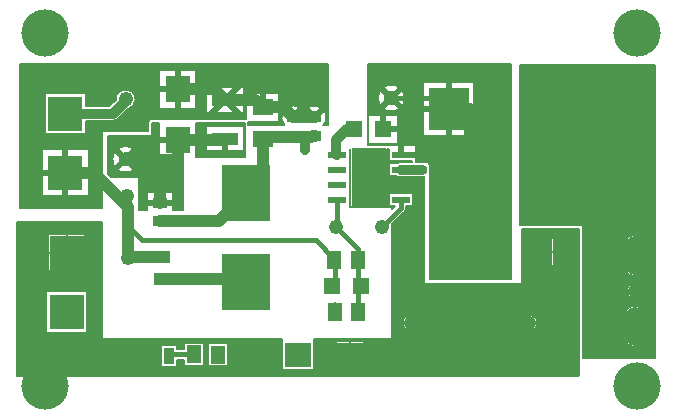
<source format=gtl>
G04 DesignSpark PCB Gerber Version 12.0 Build 5942*
%FSLAX35Y35*%
%MOMM*%
%ADD80R,0.90000X1.40000*%
%ADD23R,1.20000X1.52400*%
%ADD25R,1.52400X2.28000*%
%ADD22R,1.75000X2.25000*%
%ADD73R,2.15000X2.30000*%
%ADD29R,2.95000X4.90000*%
%ADD27R,3.35000X3.60000*%
%ADD75R,4.15000X4.82600*%
%ADD21R,3.00000X3.00000*%
%ADD10C,0.12700*%
%ADD13C,0.20000*%
%ADD12C,0.25400*%
%ADD15C,0.45000*%
%ADD11C,0.54000*%
%ADD71C,0.80000*%
%ADD16C,0.81000*%
%ADD19C,0.81280*%
%ADD14C,1.00000*%
%ADD74C,1.21700*%
%ADD78C,1.24000*%
%ADD17C,1.42240*%
%AMT18*0 Rounded Rectangle Pad at angle 90*4,1,28,0.42500,-0.21200,0.42500,0.21200,0.42160,0.23790,0.41160,0.26200,0.39570,0.28270,0.37500,0.29860,0.35090,0.30860,0.32500,0.31200,-0.32500,0.31200,-0.35090,0.30860,-0.37500,0.29860,-0.39570,0.28270,-0.41160,0.26200,-0.42160,0.23790,-0.42500,0.21200,-0.42500,-0.21200,-0.42160,-0.23790,-0.41160,-0.26200,-0.39570,-0.28270,-0.37500,-0.29860,-0.35090,-0.30860,-0.32500,-0.31200,0.32500,-0.31200,0.35090,-0.30860,0.37500,-0.29860,0.39570,-0.28270,0.41160,-0.26200,0.42160,-0.23790,0.42500,-0.21200,0*%
%ADD18T18*%
%ADD70C,1.52400*%
%ADD20C,4.00000*%
%ADD28R,1.55000X0.60000*%
%ADD82R,1.20000X0.85000*%
%ADD77R,0.98000X0.92000*%
%ADD79R,1.42000X1.00000*%
%ADD72R,2.20000X1.10000*%
%ADD24R,1.47320X1.42240*%
%ADD76R,1.82000X1.44000*%
%ADD81R,2.20000X2.15000*%
%ADD26R,6.74000X6.23000*%
X0Y0D02*
D02*
D10*
X42949700Y45613280D02*
Y44313280D01*
X43003490D01*
G75*
G02*
X43376510I186510J-88280D01*
G01*
X47700000D01*
X47710000Y44323280D01*
Y44459610D01*
G75*
G02*
X47709520Y44465000I30010J5390D01*
G01*
Y45555000D01*
X47229540D01*
Y45093280D01*
X46399540D01*
Y45998240D01*
G75*
G02*
X46376250Y45993900I-23280J60260D01*
G01*
X46198000D01*
G75*
G02*
X46162700Y46004400I0J64590D01*
G01*
X46096400D01*
Y46112600D01*
X46162700D01*
G75*
G02*
X46198000Y46123100I35300J-54090D01*
G01*
X46296360D01*
G75*
G02*
Y46123280I30510J90D01*
G01*
Y46131400D01*
X46096400D01*
Y46235000D01*
X46081850D01*
Y45743650D01*
X45774150D01*
Y46235000D01*
X45769540D01*
Y45743280D01*
X46129540D01*
Y45729220D01*
X46150720Y45750400D01*
X46096400D01*
Y45858600D01*
X46299600D01*
Y45750400D01*
X46244600D01*
Y45733320D01*
G75*
G02*
X46244630Y45731740I-46740J-1680D01*
G01*
G75*
G02*
X46232790Y45700700I-46630J10D01*
G01*
G75*
G02*
X46230670Y45698470I-34850J31010D01*
G01*
X46129540Y45597340D01*
Y44623280D01*
X45463700D01*
Y44361650D01*
X45195400D01*
Y44623280D01*
X43669540D01*
Y45613280D01*
X42949700D01*
X47476150Y45483850D02*
X47663850D01*
Y45246150D01*
X47476150D01*
Y45483850D01*
X47486150Y44783850D02*
X47673850D01*
Y44546150D01*
X47486150D01*
Y44783850D01*
Y45143850D02*
X47673850D01*
Y44906150D01*
X47486150D01*
Y45143850D01*
X46473700Y44883200D02*
X46638800D01*
Y44642500D01*
X46473700D01*
Y44883200D01*
X46931700D02*
X47096800D01*
Y44642500D01*
X46931700D01*
Y44883200D01*
X47221190Y44763280D02*
G75*
G02*
X47357890I68350J0D01*
G01*
G75*
G02*
X47221190I-68350J0D01*
G01*
X46114150Y45967850D02*
X46281850D01*
Y45895150D01*
X46114150D01*
Y45967850D01*
X46216650Y44763280D02*
G75*
G02*
X46353350I68350J0D01*
G01*
G75*
G02*
X46216650I-68350J0D01*
G01*
X45653200Y44607100D02*
X45885900D01*
Y44379400D01*
X45653200D01*
Y44607100D01*
X43993650Y44561350D02*
X44096350D01*
Y44408650D01*
X43993650D01*
Y44561350D01*
X44165900Y44579100D02*
X44304100D01*
Y44541600D01*
X44364900D01*
Y44595300D01*
X44533100D01*
Y44394700D01*
X44364900D01*
Y44448400D01*
X44304100D01*
Y44390900D01*
X44165900D01*
Y44579100D01*
X44564900Y44594300D02*
X44733100D01*
Y44393700D01*
X44564900D01*
Y44594300D01*
X43195900Y45029100D02*
X43544100D01*
Y44680900D01*
X43195900D01*
Y45029100D01*
X43213650Y45511350D02*
X43526350D01*
Y45198650D01*
X43213650D01*
Y45511350D01*
X42956050Y44493250D02*
G36*
X42956050Y44493250D02*
Y44319630D01*
X43006630D01*
G75*
G02*
X43373370I183370J-94630D01*
G01*
X47703650D01*
Y44493250D01*
X45885900D01*
Y44379400D01*
X45653200D01*
Y44493250D01*
X45463700D01*
Y44361650D01*
X45195400D01*
Y44493250D01*
X44733100D01*
Y44393700D01*
X44564900D01*
Y44493250D01*
X44533100D01*
Y44394700D01*
X44364900D01*
Y44448400D01*
X44304100D01*
Y44390900D01*
X44165900D01*
Y44493250D01*
X44096350D01*
Y44408650D01*
X43993650D01*
Y44493250D01*
X42956050D01*
G37*
Y44665000D02*
G36*
X42956050Y44665000D02*
Y44493250D01*
X43993650D01*
Y44561350D01*
X44096350D01*
Y44493250D01*
X44165900D01*
Y44579100D01*
X44304100D01*
Y44541600D01*
X44364900D01*
Y44595300D01*
X44533100D01*
Y44493250D01*
X44564900D01*
Y44594300D01*
X44733100D01*
Y44493250D01*
X45195400D01*
Y44623280D01*
X43669540D01*
Y44665000D01*
X42956050D01*
G37*
X45463700Y44623280D02*
G36*
X45463700Y44623280D02*
Y44493250D01*
X45653200D01*
Y44607100D01*
X45885900D01*
Y44493250D01*
X47703650D01*
Y44665000D01*
X47673850D01*
Y44546150D01*
X47486150D01*
Y44665000D01*
X47096800D01*
Y44642500D01*
X46931700D01*
Y44665000D01*
X46638800D01*
Y44642500D01*
X46473700D01*
Y44665000D01*
X46129540D01*
Y44623280D01*
X45463700D01*
G37*
X42956050Y44763280D02*
G36*
X42956050Y44763280D02*
Y44665000D01*
X43669540D01*
Y44763280D01*
X43544100D01*
Y44680900D01*
X43195900D01*
Y44763280D01*
X42956050D01*
G37*
X46129540D02*
G36*
X46129540Y44763280D02*
Y44665000D01*
X46473700D01*
Y44763280D01*
X46353350D01*
G75*
G02*
X46216650I-68350J0D01*
G01*
X46129540D01*
G37*
X46638800D02*
G36*
X46638800Y44763280D02*
Y44665000D01*
X46931700D01*
Y44763280D01*
X46638800D01*
G37*
X47096800D02*
G36*
X47096800Y44763280D02*
Y44665000D01*
X47486150D01*
Y44763280D01*
X47357890D01*
G75*
G02*
X47221190I-68350J0D01*
G01*
X47096800D01*
G37*
X47673850D02*
G36*
X47673850Y44763280D02*
Y44665000D01*
X47703650D01*
Y44763280D01*
X47673850D01*
G37*
X42956050Y45025000D02*
G36*
X42956050Y45025000D02*
Y44763280D01*
X43195900D01*
Y45025000D01*
X42956050D01*
G37*
X43544100D02*
G36*
X43544100Y45025000D02*
Y44763280D01*
X43669540D01*
Y45025000D01*
X43544100D01*
G37*
X46129540D02*
G36*
X46129540Y45025000D02*
Y44763280D01*
X46216650D01*
G75*
G02*
X46353350I68350J0D01*
G01*
X46473700D01*
Y44883200D01*
X46638800D01*
Y44763280D01*
X46931700D01*
Y44883200D01*
X47096800D01*
Y44763280D01*
X47221190D01*
G75*
G02*
X47357890I68350J0D01*
G01*
X47486150D01*
Y44783850D01*
X47673850D01*
Y44763280D01*
X47703650D01*
Y45025000D01*
X47673850D01*
Y44906150D01*
X47486150D01*
Y45025000D01*
X46129540D01*
G37*
X42956050Y45365000D02*
G36*
X42956050Y45365000D02*
Y45025000D01*
X43195900D01*
Y45029100D01*
X43544100D01*
Y45025000D01*
X43669540D01*
Y45365000D01*
X43526350D01*
Y45198650D01*
X43213650D01*
Y45365000D01*
X42956050D01*
G37*
X46129540D02*
G36*
X46129540Y45365000D02*
Y45025000D01*
X47486150D01*
Y45143850D01*
X47673850D01*
Y45025000D01*
X47703650D01*
Y45365000D01*
X47663850D01*
Y45246150D01*
X47476150D01*
Y45365000D01*
X47229540D01*
Y45093280D01*
X46399540D01*
Y45365000D01*
X46129540D01*
G37*
X42956050Y45613280D02*
G36*
X42956050Y45613280D02*
Y45365000D01*
X43213650D01*
Y45511350D01*
X43526350D01*
Y45365000D01*
X43669540D01*
Y45613280D01*
X42956050D01*
G37*
X45769540Y45931500D02*
G36*
X45769540Y45931500D02*
Y45743280D01*
X46129540D01*
Y45729220D01*
X46150720Y45750400D01*
X46096400D01*
Y45858600D01*
X46299600D01*
Y45750400D01*
X46244600D01*
Y45733320D01*
G75*
G02*
X46244630Y45731740I-62460J-1980D01*
G01*
G75*
G02*
X46232790Y45700700I-46610J0D01*
G01*
G75*
G02*
X46230670Y45698470I-35600J31720D01*
G01*
X46129540Y45597340D01*
Y45365000D01*
X46399540D01*
Y45931500D01*
X46281850D01*
Y45895150D01*
X46114150D01*
Y45931500D01*
X46081850D01*
Y45743650D01*
X45774150D01*
Y45931500D01*
X45769540D01*
G37*
X47229540Y45555000D02*
G36*
X47229540Y45555000D02*
Y45365000D01*
X47476150D01*
Y45483850D01*
X47663850D01*
Y45365000D01*
X47703650D01*
Y45555000D01*
X47229540D01*
G37*
X45769540Y46228650D02*
G36*
X45769540Y46228650D02*
Y45931500D01*
X45774150D01*
Y46228650D01*
X45769540D01*
G37*
X46081850D02*
G36*
X46081850Y46228650D02*
Y45931500D01*
X46114150D01*
Y45967850D01*
X46281850D01*
Y45931500D01*
X46399540D01*
Y45998240D01*
G75*
G02*
X46376250Y45993900I-23240J60030D01*
G01*
X46198000D01*
G75*
G02*
X46162700Y46004400I0J64600D01*
G01*
X46096400D01*
Y46112600D01*
X46162700D01*
G75*
G02*
X46198000Y46123100I35300J-54100D01*
G01*
X46296360D01*
Y46123280D01*
Y46131400D01*
X46096400D01*
Y46228650D01*
X46081850D01*
G37*
X42980000Y46955000D02*
Y45735000D01*
X43670000D01*
Y46385000D01*
X44059520D01*
Y46455000D01*
G75*
G02*
X44070000Y46478000I30480J0D01*
G01*
Y46485000D01*
X44084610D01*
G75*
G02*
X44090000Y46485480I5390J-30010D01*
G01*
X44151150D01*
G75*
G02*
X44156540Y46485000I0J-30490D01*
G01*
X44463460D01*
G75*
G02*
X44468850Y46485480I5390J-30010D01*
G01*
X44880000D01*
G75*
G02*
X44885390Y46485000I0J-30490D01*
G01*
X44887650D01*
Y46711950D01*
X45172350D01*
Y46465250D01*
X44910000D01*
Y46460390D01*
G75*
G02*
X44910480Y46455000I-30010J-5390D01*
G01*
Y46435000D01*
X45214400D01*
G75*
G02*
X45290000Y46603850I75600J67500D01*
G01*
G75*
G02*
X45380000Y46549100I0J-101350D01*
G01*
G75*
G02*
X45571350Y46502500I90000J-46600D01*
G01*
G75*
G02*
X45545600Y46435000I-101350J0D01*
G01*
X45580000D01*
Y46955000D01*
X42980000D01*
X43158650Y46236350D02*
X43561350D01*
Y45833650D01*
X43158650D01*
Y46236350D01*
X43185900Y46709100D02*
X43534100D01*
Y46599600D01*
X43733200D01*
X43785090Y46651490D01*
G75*
G02*
X43785020Y46655000I84950J3450D01*
G01*
G75*
G02*
X43954980I84980J0D01*
G01*
G75*
G02*
X43888450Y46572050I-84980J0D01*
G01*
X43805700Y46489300D01*
G75*
G02*
X43758050Y46470400I-45700J45700D01*
G01*
X43534100D01*
Y46360900D01*
X43185900D01*
Y46709100D01*
X44151150Y46906350D02*
X44468850D01*
Y46573650D01*
X44151150D01*
Y46906350D01*
X44548650Y46756350D02*
X44871350D01*
Y46543650D01*
X44548650D01*
Y46756350D01*
X42986350Y46035000D02*
G36*
X42986350Y46035000D02*
Y45741350D01*
X43670000D01*
Y46035000D01*
X43561350D01*
Y45833650D01*
X43158650D01*
Y46035000D01*
X42986350D01*
G37*
Y46550440D02*
G36*
X42986350Y46550440D02*
Y46035000D01*
X43158650D01*
Y46236350D01*
X43561350D01*
Y46035000D01*
X43670000D01*
Y46385000D01*
X44059520D01*
Y46455000D01*
G75*
G02*
Y46455020I31830J10D01*
G01*
G75*
G02*
X44070000Y46478000I30440J0D01*
G01*
Y46485000D01*
X44084610D01*
G75*
G02*
X44090000Y46485480I5380J-29870D01*
G01*
X44151150D01*
G75*
G02*
X44156540Y46485000I10J-30350D01*
G01*
X44463460D01*
G75*
G02*
X44468850Y46485480I5380J-29870D01*
G01*
X44880000D01*
G75*
G02*
X44885390Y46485000I10J-30350D01*
G01*
X44887650D01*
Y46550440D01*
X44871350D01*
Y46543650D01*
X44548650D01*
Y46550440D01*
X43866840D01*
X43805700Y46489300D01*
G75*
G02*
X43758050Y46470400I-45680J45660D01*
G01*
X43534100D01*
Y46360900D01*
X43185900D01*
Y46550440D01*
X42986350D01*
G37*
X44910000Y46465250D02*
G36*
X44910000Y46465250D02*
Y46460390D01*
G75*
G02*
X44910480Y46455010I-29890J-5380D01*
G01*
G75*
G02*
Y46455000I-22040J0D01*
G01*
Y46435000D01*
X45214400D01*
G75*
G02*
X45188650Y46502500I75600J67500D01*
G01*
G75*
G02*
X45200700Y46550440I101350J10D01*
G01*
X45172350D01*
Y46465250D01*
X44910000D01*
G37*
X45379290Y46550440D02*
G36*
X45379290Y46550440D02*
G75*
G02*
X45380000Y46549100I-89340J-48190D01*
G01*
G75*
G02*
X45380710Y46550440I90050J-46850D01*
G01*
X45379290D01*
G37*
X45571350Y46502500D02*
G36*
X45571350Y46502500D02*
G75*
G02*
X45545600Y46435000I-101410J20D01*
G01*
X45573650D01*
Y46550440D01*
X45559290D01*
G75*
G02*
X45571350Y46502500I-89290J-47950D01*
G01*
G37*
X42986350Y46740000D02*
G36*
X42986350Y46740000D02*
Y46550440D01*
X43185900D01*
Y46709100D01*
X43534100D01*
Y46599600D01*
X43733200D01*
X43785090Y46651490D01*
G75*
G02*
X43785020Y46655000I101990J3790D01*
G01*
G75*
G02*
X43954980I84980J0D01*
G01*
G75*
G02*
X43888450Y46572050I-84980J0D01*
G01*
X43866840Y46550440D01*
X44548650D01*
Y46740000D01*
X44468850D01*
Y46573650D01*
X44151150D01*
Y46740000D01*
X42986350D01*
G37*
X44871350D02*
G36*
X44871350Y46740000D02*
Y46550440D01*
X44887650D01*
Y46711950D01*
X45172350D01*
Y46550440D01*
X45200700D01*
G75*
G02*
X45290000Y46603850I89300J-47940D01*
G01*
G75*
G02*
X45379290Y46550440I0J-101340D01*
G01*
X45380710D01*
G75*
G02*
X45559290I89290J-47940D01*
G01*
X45573650D01*
Y46740000D01*
X44871350D01*
G37*
X42986350Y46948650D02*
G36*
X42986350Y46948650D02*
Y46740000D01*
X44151150D01*
Y46906350D01*
X44468850D01*
Y46740000D01*
X44548650D01*
Y46756350D01*
X44871350D01*
Y46740000D01*
X45573650D01*
Y46948650D01*
X42986350D01*
G37*
X43720000Y46345000D02*
Y46019840D01*
X43744840Y45995000D01*
X43980000D01*
Y45715000D01*
X44048200D01*
Y45874600D01*
X44270900D01*
Y45715000D01*
X44360000D01*
Y46143650D01*
X44151150D01*
Y46455000D01*
X44090000D01*
Y46345000D01*
X43720000D01*
X43757800Y46147000D02*
G75*
G02*
X43982200I112200J0D01*
G01*
G75*
G02*
X43757800I-112200J0D01*
G01*
X43726350D02*
G36*
X43726350Y46147000D02*
Y46013490D01*
X43744840Y45995000D01*
X43980000D01*
Y45721350D01*
X44048200D01*
Y45874600D01*
X44270900D01*
Y45721350D01*
X44353650D01*
Y46143650D01*
X44151150D01*
Y46147000D01*
X43982200D01*
G75*
G02*
X43757800I-112200J0D01*
G01*
X43726350D01*
G37*
Y46345000D02*
G36*
X43726350Y46345000D02*
Y46147000D01*
X43757800D01*
G75*
G02*
X43982200I112200J0D01*
G01*
X44151150D01*
Y46448650D01*
X44090000D01*
Y46345000D01*
X43726350D01*
G37*
X44468850Y46455000D02*
Y46165000D01*
X44880000D01*
Y46455000D01*
X44468850D01*
X44548650Y46426350D02*
X44871350D01*
Y46213650D01*
X44548650D01*
Y46426350D01*
X44475200Y46320000D02*
G36*
X44475200Y46320000D02*
Y46171350D01*
X44873650D01*
Y46320000D01*
X44871350D01*
Y46213650D01*
X44548650D01*
Y46320000D01*
X44475200D01*
G37*
Y46448650D02*
G36*
X44475200Y46448650D02*
Y46320000D01*
X44548650D01*
Y46426350D01*
X44871350D01*
Y46320000D01*
X44873650D01*
Y46448650D01*
X44475200D01*
G37*
X45921250Y46955000D02*
Y46270000D01*
X46101250D01*
Y46266850D01*
X46326850D01*
Y46123280D01*
X46429540D01*
X46449540Y46103280D01*
Y45133280D01*
X47130000D01*
Y46955000D01*
X45921250D01*
X45924000Y46524200D02*
X46174000D01*
Y46279300D01*
X45924000D01*
Y46524200D01*
X46006650Y46665000D02*
G75*
G02*
X46233350I113350J0D01*
G01*
G75*
G02*
X46006650I-113350J0D01*
G01*
X46385700Y46804600D02*
X46823400D01*
Y46341900D01*
X46385700D01*
Y46804600D01*
X46469950Y45282500D02*
G75*
G02*
X46725050I127550J0D01*
G01*
G75*
G02*
X46469950I-127550J0D01*
G01*
Y45657500D02*
G75*
G02*
X46725050I127550J0D01*
G01*
G75*
G02*
X46469950I-127550J0D01*
G01*
X46657450Y45470000D02*
G75*
G02*
X46912550I127550J0D01*
G01*
G75*
G02*
X46657450I-127550J0D01*
G01*
X46844950Y45282500D02*
G75*
G02*
X47100050I127550J0D01*
G01*
G75*
G02*
X46844950I-127550J0D01*
G01*
Y45657500D02*
G75*
G02*
X47100050I127550J0D01*
G01*
G75*
G02*
X46844950I-127550J0D01*
G01*
X46449540Y45282500D02*
G36*
X46449540Y45282500D02*
Y45139630D01*
X47123650D01*
Y45282500D01*
X47100050D01*
G75*
G02*
X46844950I-127550J0D01*
G01*
X46725050D01*
G75*
G02*
X46469950I-127550J0D01*
G01*
X46449540D01*
G37*
Y45470000D02*
G36*
X46449540Y45470000D02*
Y45282500D01*
X46469950D01*
G75*
G02*
X46725050I127550J0D01*
G01*
X46844950D01*
G75*
G02*
X47100050I127550J0D01*
G01*
X47123650D01*
Y45470000D01*
X46912550D01*
G75*
G02*
X46657450I-127550J0D01*
G01*
X46449540D01*
G37*
Y45657500D02*
G36*
X46449540Y45657500D02*
Y45470000D01*
X46657450D01*
G75*
G02*
X46912550I127550J0D01*
G01*
X47123650D01*
Y45657500D01*
X47100050D01*
G75*
G02*
X46844950I-127550J0D01*
G01*
X46725050D01*
G75*
G02*
X46469950I-127550J0D01*
G01*
X46449540D01*
G37*
X45927600Y46279300D02*
G36*
X45927600Y46279300D02*
Y46270000D01*
X46101250D01*
Y46266850D01*
X46326850D01*
Y46123280D01*
X46429540D01*
X46449540Y46103280D01*
Y45657500D01*
X46469950D01*
G75*
G02*
X46725050I127550J0D01*
G01*
X46844950D01*
G75*
G02*
X47100050I127550J0D01*
G01*
X47123650D01*
Y46401750D01*
X46823400D01*
Y46341900D01*
X46385700D01*
Y46401750D01*
X46174000D01*
Y46279300D01*
X45927600D01*
G37*
Y46665000D02*
G36*
X45927600Y46665000D02*
Y46524200D01*
X46174000D01*
Y46401750D01*
X46385700D01*
Y46665000D01*
X46233350D01*
G75*
G02*
X46006650I-113350J0D01*
G01*
X45927600D01*
G37*
X46823400D02*
G36*
X46823400Y46665000D02*
Y46401750D01*
X47123650D01*
Y46665000D01*
X46823400D01*
G37*
X45927600Y46948650D02*
G36*
X45927600Y46948650D02*
Y46665000D01*
X46006650D01*
G75*
G02*
X46233350I113350J0D01*
G01*
X46385700D01*
Y46804600D01*
X46823400D01*
Y46665000D01*
X47123650D01*
Y46948650D01*
X45927600D01*
G37*
X47209540Y46945000D02*
Y45593280D01*
X47740000D01*
Y44465000D01*
X48350000D01*
Y46945000D01*
X47209540D01*
X47460700Y46759600D02*
X47808400D01*
Y46386900D01*
X47460700D01*
Y46759600D01*
X47776150Y45483850D02*
X47963850D01*
Y45246150D01*
X47776150D01*
Y45483850D01*
X47786150Y44783850D02*
X47973850D01*
Y44546150D01*
X47786150D01*
Y44783850D01*
Y45143850D02*
X47973850D01*
Y44906150D01*
X47786150D01*
Y45143850D01*
X48102070Y44633280D02*
G75*
G02*
X48257010I77470J0D01*
G01*
G75*
G02*
X48102070I-77470J0D01*
G01*
Y44833280D02*
G75*
G02*
X48257010I77470J0D01*
G01*
G75*
G02*
X48102070I-77470J0D01*
G01*
Y45233280D02*
G75*
G02*
X48257010I77470J0D01*
G01*
G75*
G02*
X48102070I-77470J0D01*
G01*
X48179540Y45101630D02*
G75*
G02*
X48247890Y45033280I0J-68350D01*
G01*
G75*
G02*
X48179540Y44964930I-68350J0D01*
G01*
G75*
G02*
X48111190Y45033280I0J68350D01*
G01*
G75*
G02*
X48179540Y45101630I68350J0D01*
G01*
X48102070Y45433280D02*
G75*
G02*
X48257010I77470J0D01*
G01*
G75*
G02*
X48102070I-77470J0D01*
G01*
X47740000Y44665000D02*
G36*
X47740000Y44665000D02*
Y44471350D01*
X48343650D01*
Y44665000D01*
X48250220D01*
G75*
G02*
X48257010Y44633280I-70680J-31720D01*
G01*
G75*
G02*
X48102070I-77470J0D01*
G01*
G75*
G02*
X48108860Y44665000I77470J0D01*
G01*
X47973850D01*
Y44546150D01*
X47786150D01*
Y44665000D01*
X47740000D01*
G37*
Y44833280D02*
G36*
X47740000Y44833280D02*
Y44665000D01*
X47786150D01*
Y44783850D01*
X47973850D01*
Y44665000D01*
X48108860D01*
G75*
G02*
X48250220I70680J-31720D01*
G01*
X48343650D01*
Y44833280D01*
X48257010D01*
G75*
G02*
X48102070I-77470J0D01*
G01*
X47740000D01*
G37*
Y45025000D02*
G36*
X47740000Y45025000D02*
Y44833280D01*
X48102070D01*
G75*
G02*
X48257010I77470J0D01*
G01*
X48343650D01*
Y45025000D01*
X48247390D01*
G75*
G02*
X48179540Y44964930I-67850J8290D01*
G01*
G75*
G02*
X48111690Y45025000I0J68360D01*
G01*
X47973850D01*
Y44906150D01*
X47786150D01*
Y45025000D01*
X47740000D01*
G37*
Y45233280D02*
G36*
X47740000Y45233280D02*
Y45025000D01*
X47786150D01*
Y45143850D01*
X47973850D01*
Y45025000D01*
X48111690D01*
G75*
G02*
X48111190Y45033280I67860J8250D01*
G01*
G75*
G02*
X48179540Y45101630I68350J0D01*
G01*
G75*
G02*
X48247890Y45033280I0J-68350D01*
G01*
G75*
G02*
X48247390Y45025000I-68360J-30D01*
G01*
X48343650D01*
Y45233280D01*
X48257010D01*
G75*
G02*
X48102070I-77470J0D01*
G01*
X47740000D01*
G37*
Y45365000D02*
G36*
X47740000Y45365000D02*
Y45233280D01*
X48102070D01*
G75*
G02*
X48257010I77470J0D01*
G01*
X48343650D01*
Y45365000D01*
X48216140D01*
G75*
G02*
X48142940I-36600J68280D01*
G01*
X47963850D01*
Y45246150D01*
X47776150D01*
Y45365000D01*
X47740000D01*
G37*
X47215890Y46573250D02*
G36*
X47215890Y46573250D02*
Y45593280D01*
X47740000D01*
Y45365000D01*
X47776150D01*
Y45483850D01*
X47963850D01*
Y45365000D01*
X48142940D01*
G75*
G02*
X48102070Y45433280I36600J68280D01*
G01*
G75*
G02*
X48257010I77470J0D01*
G01*
G75*
G02*
X48216140Y45365000I-77470J0D01*
G01*
X48343650D01*
Y46573250D01*
X47808400D01*
Y46386900D01*
X47460700D01*
Y46573250D01*
X47215890D01*
G37*
Y46938650D02*
G36*
X47215890Y46938650D02*
Y46573250D01*
X47460700D01*
Y46759600D01*
X47808400D01*
Y46573250D01*
X48343650D01*
Y46938650D01*
X47215890D01*
G37*
D02*
D11*
X43237000Y46035000D02*
X43138000D01*
X43360000Y45912000D02*
Y45813000D01*
Y46158000D02*
Y46257000D01*
X43483000Y46035000D02*
X43582000D01*
X43846060Y46123060D02*
X43776060Y46053060D01*
X43846060Y46170940D02*
X43776060Y46240940D01*
X43893940Y46123060D02*
X43963940Y46053060D01*
X43893940Y46170940D02*
X43963940Y46240940D01*
X44126540Y45780780D02*
X44027500D01*
X44159540Y45796280D02*
Y45895300D01*
X44192540Y45780780D02*
X44291500D01*
X44229500Y46310000D02*
X44130500D01*
X44229500Y46740000D02*
X44130500D01*
X44310000Y46222000D02*
Y46123000D01*
Y46652000D02*
Y46553000D01*
Y46828000D02*
Y46927000D01*
X44390500Y46310000D02*
X44489500D01*
X44390500Y46740000D02*
X44489500D01*
X44627000Y46320000D02*
X44528000D01*
X44674090Y46614090D02*
X44583000Y46523000D01*
X44674090Y46685910D02*
X44583000Y46777000D01*
X44710000Y46292000D02*
Y46193000D01*
X44745910Y46614090D02*
X44837000Y46523000D01*
X44745910Y46685910D02*
X44837000Y46777000D01*
X45030000Y46633600D02*
Y46732600D01*
X45094000Y46588600D02*
X45193000D01*
X45263090Y46529410D02*
X45203730Y46588770D01*
X45316910Y46529410D02*
X45376270Y46588770D01*
X45443090Y46529410D02*
X45383730Y46588770D01*
X45496910Y46529410D02*
X45556270Y46588770D01*
X46049000Y46445870D02*
Y46544900D01*
X46095250Y46640250D02*
X46025250Y46570250D01*
X46095250Y46689750D02*
X46025250Y46759750D01*
X46095660Y46401750D02*
X46194700D01*
X46144750Y46640250D02*
X46214750Y46570250D01*
X46144750Y46689750D02*
X46214750Y46759750D01*
X46198000Y46188500D02*
Y46287500D01*
X46248500Y46185500D02*
X46347500D01*
X46464040Y46573280D02*
X46365000D01*
X46562710Y45247710D02*
X46492710Y45177710D01*
X46562710Y45317290D02*
X46492710Y45387290D01*
X46597500Y45608300D02*
Y45509300D01*
Y45706700D02*
Y45805700D01*
X46604540Y46420280D02*
Y46321300D01*
Y46726280D02*
Y46825300D01*
X46632290Y45247710D02*
X46702290Y45177710D01*
X46646700Y45657500D02*
X46745700D01*
X46735800Y45470000D02*
X46636800D01*
X46745040Y46573280D02*
X46844000D01*
X46785000Y45420800D02*
Y45321800D01*
Y45519200D02*
Y45618200D01*
X46834200Y45470000D02*
X46933200D01*
X46923300Y45657500D02*
X46824300D01*
X46937710Y45247710D02*
X46867710Y45177710D01*
X46972500Y45608300D02*
Y45509300D01*
Y45706700D02*
Y45805700D01*
X47007290Y45247710D02*
X47077290Y45177710D01*
X47007290Y45317290D02*
X47077290Y45387290D01*
D02*
D12*
X47479740Y46573280D02*
X47454300D01*
X47634540Y46405980D02*
Y46380600D01*
Y46740580D02*
Y46766000D01*
X47789340Y46573280D02*
X47814700D01*
X47795200Y45365000D02*
X47769800D01*
X47805200Y44665000D02*
X47779800D01*
X47805200Y45025000D02*
X47779800D01*
X47870000Y45265200D02*
Y45239800D01*
Y45464800D02*
Y45490200D01*
X47880000Y44565200D02*
Y44539800D01*
Y44764800D02*
Y44790200D01*
Y44925200D02*
Y44899800D01*
Y45124800D02*
Y45150200D01*
X47944800Y45365000D02*
X47970200D01*
X47954800Y44665000D02*
X47980200D01*
X47954800Y45025000D02*
X47980200D01*
X48121120Y44633280D02*
X48095720D01*
X48121120Y44833280D02*
X48095720D01*
X48121120Y45233280D02*
X48095720D01*
X48121120Y45433280D02*
X48095720D01*
X48130240Y45033280D02*
X48104840D01*
X48179540Y44574860D02*
Y44549460D01*
Y44691700D02*
Y44717100D01*
Y44774860D02*
Y44749460D01*
Y44891700D02*
Y44917100D01*
Y44983980D02*
Y44958580D01*
Y45082580D02*
Y45107980D01*
Y45174860D02*
Y45149460D01*
Y45291700D02*
Y45317100D01*
Y45374860D02*
Y45349460D01*
Y45491700D02*
Y45517100D01*
X48228840Y45033280D02*
X48254240D01*
X48237960Y44633280D02*
X48263360D01*
X48237960Y44833280D02*
X48263360D01*
X48237960Y45233280D02*
X48263360D01*
X48237960Y45433280D02*
X48263360D01*
D02*
D13*
X43055650Y44359350D02*
X43041510Y44373490D01*
X43230000Y45355000D02*
X43210000D01*
X43324350Y44359350D02*
X43338490Y44373490D01*
X43370000Y45215000D02*
Y45195000D01*
Y45495000D02*
Y45515000D01*
X43510000Y45355000D02*
X43530000D01*
X44010000Y44485000D02*
X43990000D01*
X44045000Y44425000D02*
Y44405000D01*
Y44545000D02*
Y44565000D01*
X44080000Y44485000D02*
X44100000D01*
X45669540Y44493280D02*
X45649500D01*
X45769540Y44395780D02*
Y44375800D01*
Y44590780D02*
Y44610800D01*
X45869540Y44493280D02*
X45889500D01*
X46068430Y45854570D02*
X46085500Y45837500D01*
X46068430Y46135430D02*
X46085500Y46152500D01*
X46130500Y45931500D02*
X46110500D01*
X46198000Y45911500D02*
Y45891500D01*
Y45951500D02*
Y45971500D01*
X46233000Y44763280D02*
X46213000D01*
X46265500Y45931500D02*
X46285500D01*
X46285000Y44711280D02*
Y44691280D01*
Y44815280D02*
Y44835280D01*
X46337000Y44763280D02*
X46357000D01*
X46490050Y44762840D02*
X46470050D01*
X46556250Y44658840D02*
Y44638800D01*
Y44866840D02*
Y44886800D01*
X46622450Y44762840D02*
X46642450D01*
X46948050D02*
X46928050D01*
X47014250Y44658840D02*
Y44638800D01*
Y44866840D02*
Y44886800D01*
X47080450Y44762840D02*
X47100450D01*
X47237540Y44763280D02*
X47217540D01*
X47289540Y44711280D02*
Y44691280D01*
Y44815280D02*
Y44835280D01*
X47341540Y44763280D02*
X47361540D01*
X47492500Y45365000D02*
X47472500D01*
X47502500Y44665000D02*
X47482500D01*
X47502500Y45025000D02*
X47482500D01*
X47570000Y45262500D02*
Y45242500D01*
Y45467500D02*
Y45487500D01*
X47580000Y44562500D02*
Y44542500D01*
Y44767500D02*
Y44787500D01*
Y44922500D02*
Y44902500D01*
Y45127500D02*
Y45147500D01*
X47647500Y45365000D02*
X47667500D01*
X47657500Y44665000D02*
X47677500D01*
X47657500Y45025000D02*
X47677500D01*
D02*
D14*
X43890000Y45573280D02*
Y45745000D01*
X43600000Y46035000D01*
X43360000D01*
X44159540Y45625780D02*
X44657630D01*
X44890360Y45858510D01*
X44159540Y45780780D02*
Y46145000D01*
X43902000D01*
X43900000Y46147000D01*
X43870000D01*
X44180000Y45131500D02*
X44870470D01*
X44890360Y45111610D01*
X44180000Y45318500D02*
X43900000D01*
X43890000Y45328500D01*
Y45573280D01*
X44310000Y46310000D02*
X44700000D01*
X44710000Y46320000D01*
X44310000Y46310000D02*
Y46145000D01*
X44159540D01*
X44310000Y46740000D02*
X44620000D01*
X44710000Y46650000D01*
X44968600D01*
X45030000Y46588600D01*
Y46321400D02*
Y45998150D01*
X44890360Y45858510D01*
X45030000Y46321400D02*
Y46335000D01*
X45390000D01*
X45030000Y46588600D02*
X45203900D01*
X45290000Y46502500D01*
X45470000D01*
X45390000Y46335000D02*
X45443900D01*
X45456400Y46347500D01*
X45470000D01*
X46604540Y46573280D02*
X46783750D01*
Y45521340D01*
X46785250Y45519840D01*
Y45477340D01*
X47870000Y45365000D02*
X48020000D01*
Y46573280D01*
X47634540D01*
D02*
D15*
X44449000Y44495000D02*
X44245000D01*
X44235000Y44485000D01*
X44649000Y44494000D02*
X44649540D01*
X45329540Y44493280D02*
X45619540Y45073780D02*
X45639540D01*
Y45294280D01*
X45638540Y45293280D01*
Y45304280D01*
X45479540Y45463280D01*
X44010000D01*
X43900000Y45573280D01*
X43890000D01*
X45640540Y44854280D02*
Y44883280D01*
X45639540D01*
Y44893280D01*
X45658000Y45804500D02*
Y45581740D01*
X45649540Y45573280D01*
X45838540Y45292280D02*
Y45384280D01*
X45649540Y45573280D01*
X45840540Y44853280D02*
Y45290280D01*
X45838540Y45292280D01*
X46049000Y46401750D02*
Y46405000D01*
X46170000D01*
X46200000Y46375000D01*
Y46201250D01*
X46198000Y46199250D01*
Y46185500D01*
X46120000Y46665000D02*
X46499540D01*
X46785250Y46379290D01*
Y45477340D01*
X46198000Y45804500D02*
Y45731740D01*
X46039540Y45573280D01*
X46285000Y44763280D02*
X47289540D01*
X46785250Y45477340D02*
X46772500D01*
Y46187500D01*
X46198000D01*
Y46185500D01*
X48179540Y45033280D02*
Y45382500D01*
X47880000D01*
Y45025000D01*
D02*
D16*
X43870000Y46655000D02*
Y46645000D01*
X43760000Y46535000D01*
X43360000D01*
X45390000Y46225000D02*
Y46335000D01*
X45808000Y46401750D02*
X45741750D01*
X45655000Y46315000D01*
Y46188500D01*
X45658000Y46185500D01*
X46198000Y45931500D02*
X45991500D01*
X45928000Y45995000D01*
X46198000Y46058500D02*
X46376250D01*
D02*
D17*
X45329540Y44493280D03*
X45769540D03*
X48179540Y44633280D03*
Y44833280D03*
Y45233280D03*
Y45433280D03*
D02*
D18*
X46376250Y46058500D03*
D02*
D19*
X44649540Y44494000D03*
X45390000Y46225000D03*
X45639540Y44893280D03*
D02*
D70*
X46597500Y45282500D03*
Y45657500D03*
X46785000Y45470000D03*
X46972500Y45282500D03*
Y45657500D03*
D02*
D71*
X45860000Y45845000D03*
Y45995000D03*
Y46145000D03*
X45990000Y45845000D03*
Y45995000D03*
Y46145000D03*
D02*
D20*
X43190000Y44225000D03*
Y47215000D03*
X48200000Y44225000D03*
Y47215000D03*
D02*
D21*
X43360000Y46035000D03*
Y46535000D03*
X43370000Y44855000D03*
Y45355000D03*
D02*
D22*
X47570000Y45365000D03*
X47580000Y44665000D03*
Y45025000D03*
X47870000Y45365000D03*
X47880000Y44665000D03*
Y45025000D03*
D02*
D23*
X44449000Y44495000D03*
X44649000Y44494000D03*
X45638540Y45293280D03*
X45640540Y44854280D03*
X45838540Y45292280D03*
X45840540Y44853280D03*
D02*
D24*
X45619540Y45073780D03*
X45808000Y46401750D03*
X45860540Y45073780D03*
X46049000Y46401750D03*
D02*
D25*
X46556250Y44762840D03*
X47014250D03*
D02*
D26*
X46785250Y45477340D03*
D02*
D27*
X46604540Y46573280D03*
X47634540D03*
D02*
D28*
X45658000Y45804500D03*
Y45931500D03*
Y46058500D03*
Y46185500D03*
X46198000Y45804500D03*
Y45931500D03*
Y46058500D03*
Y46185500D03*
D02*
D29*
X45928000Y45995000D03*
D02*
D72*
X44710000Y46320000D03*
Y46650000D03*
D02*
D73*
X44310000Y46310000D03*
Y46740000D03*
D02*
D74*
X43870000Y46147000D03*
Y46655000D03*
D02*
D75*
X44890360Y45111610D03*
Y45858510D03*
D02*
D76*
X45030000Y46321400D03*
Y46588600D03*
D02*
D77*
X45290000Y46347500D03*
Y46502500D03*
X45470000Y46347500D03*
Y46502500D03*
D02*
D78*
X43880000Y45834990D03*
X43890000Y45315000D03*
X45649540Y45573280D03*
X46039540D03*
X46120000Y46665000D03*
X46285000Y44763280D03*
X47289540D03*
X48179540Y45033280D03*
D02*
D79*
X44180000Y45131500D03*
Y45318500D03*
D02*
D80*
X44045000Y44485000D03*
X44235000D03*
D02*
D81*
X45329540Y44493280D03*
X45769540D03*
D02*
D82*
X44159540Y45625780D03*
Y45780780D03*
X0Y0D02*
M02*

</source>
